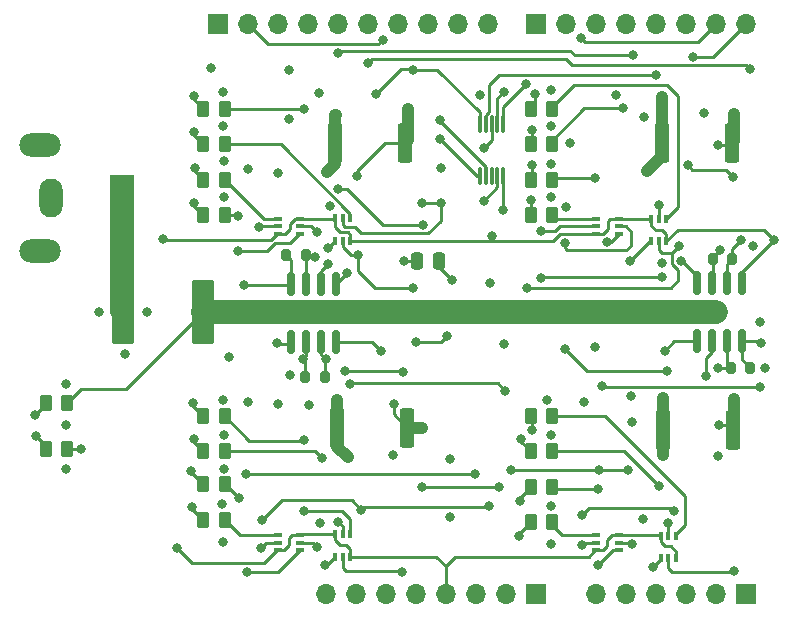
<source format=gbr>
%TF.GenerationSoftware,KiCad,Pcbnew,7.0.7*%
%TF.CreationDate,2024-06-03T19:27:50+02:00*%
%TF.ProjectId,control-board_v1,636f6e74-726f-46c2-9d62-6f6172645f76,rev?*%
%TF.SameCoordinates,Original*%
%TF.FileFunction,Copper,L4,Bot*%
%TF.FilePolarity,Positive*%
%FSLAX46Y46*%
G04 Gerber Fmt 4.6, Leading zero omitted, Abs format (unit mm)*
G04 Created by KiCad (PCBNEW 7.0.7) date 2024-06-03 19:27:50*
%MOMM*%
%LPD*%
G01*
G04 APERTURE LIST*
G04 Aperture macros list*
%AMRoundRect*
0 Rectangle with rounded corners*
0 $1 Rounding radius*
0 $2 $3 $4 $5 $6 $7 $8 $9 X,Y pos of 4 corners*
0 Add a 4 corners polygon primitive as box body*
4,1,4,$2,$3,$4,$5,$6,$7,$8,$9,$2,$3,0*
0 Add four circle primitives for the rounded corners*
1,1,$1+$1,$2,$3*
1,1,$1+$1,$4,$5*
1,1,$1+$1,$6,$7*
1,1,$1+$1,$8,$9*
0 Add four rect primitives between the rounded corners*
20,1,$1+$1,$2,$3,$4,$5,0*
20,1,$1+$1,$4,$5,$6,$7,0*
20,1,$1+$1,$6,$7,$8,$9,0*
20,1,$1+$1,$8,$9,$2,$3,0*%
G04 Aperture macros list end*
%TA.AperFunction,ComponentPad*%
%ADD10R,2.000000X4.000000*%
%TD*%
%TA.AperFunction,ComponentPad*%
%ADD11O,2.000000X3.300000*%
%TD*%
%TA.AperFunction,ComponentPad*%
%ADD12O,3.500000X2.000000*%
%TD*%
%TA.AperFunction,SMDPad,CuDef*%
%ADD13RoundRect,0.250000X0.262500X0.450000X-0.262500X0.450000X-0.262500X-0.450000X0.262500X-0.450000X0*%
%TD*%
%TA.AperFunction,SMDPad,CuDef*%
%ADD14R,0.650000X0.400000*%
%TD*%
%TA.AperFunction,SMDPad,CuDef*%
%ADD15RoundRect,0.150000X0.150000X-0.825000X0.150000X0.825000X-0.150000X0.825000X-0.150000X-0.825000X0*%
%TD*%
%TA.AperFunction,SMDPad,CuDef*%
%ADD16R,0.400000X0.650000*%
%TD*%
%TA.AperFunction,SMDPad,CuDef*%
%ADD17RoundRect,0.250000X-0.362500X-1.425000X0.362500X-1.425000X0.362500X1.425000X-0.362500X1.425000X0*%
%TD*%
%TA.AperFunction,ComponentPad*%
%ADD18R,1.700000X1.700000*%
%TD*%
%TA.AperFunction,ComponentPad*%
%ADD19O,1.700000X1.700000*%
%TD*%
%TA.AperFunction,SMDPad,CuDef*%
%ADD20RoundRect,0.200000X0.200000X0.275000X-0.200000X0.275000X-0.200000X-0.275000X0.200000X-0.275000X0*%
%TD*%
%TA.AperFunction,SMDPad,CuDef*%
%ADD21RoundRect,0.075000X-0.075000X0.650000X-0.075000X-0.650000X0.075000X-0.650000X0.075000X0.650000X0*%
%TD*%
%TA.AperFunction,SMDPad,CuDef*%
%ADD22RoundRect,0.200000X-0.200000X-0.275000X0.200000X-0.275000X0.200000X0.275000X-0.200000X0.275000X0*%
%TD*%
%TA.AperFunction,SMDPad,CuDef*%
%ADD23RoundRect,0.250000X0.250000X0.475000X-0.250000X0.475000X-0.250000X-0.475000X0.250000X-0.475000X0*%
%TD*%
%TA.AperFunction,SMDPad,CuDef*%
%ADD24RoundRect,0.150000X-0.150000X0.825000X-0.150000X-0.825000X0.150000X-0.825000X0.150000X0.825000X0*%
%TD*%
%TA.AperFunction,SMDPad,CuDef*%
%ADD25RoundRect,0.250000X-0.712500X-2.475000X0.712500X-2.475000X0.712500X2.475000X-0.712500X2.475000X0*%
%TD*%
%TA.AperFunction,ViaPad*%
%ADD26C,0.800000*%
%TD*%
%TA.AperFunction,Conductor*%
%ADD27C,0.250000*%
%TD*%
%TA.AperFunction,Conductor*%
%ADD28C,2.000000*%
%TD*%
%TA.AperFunction,Conductor*%
%ADD29C,1.000000*%
%TD*%
G04 APERTURE END LIST*
D10*
%TO.P,J1,1*%
%TO.N,/9V_IN*%
X27570000Y-32560000D03*
D11*
%TO.P,J1,2*%
%TO.N,GND*%
X21570000Y-32560000D03*
D12*
%TO.P,J1,MP*%
%TO.N,N/C*%
X20570000Y-28060000D03*
X20570000Y-37060000D03*
%TD*%
D13*
%TO.P,R9,1*%
%TO.N,Net-(Q5B-D)*%
X63962500Y-51000000D03*
%TO.P,R9,2*%
%TO.N,Net-(D9-A)*%
X62137500Y-51000000D03*
%TD*%
%TO.P,R4,1*%
%TO.N,Net-(Q2A-D)*%
X36242500Y-28000000D03*
%TO.P,R4,2*%
%TO.N,Net-(D4-A)*%
X34417500Y-28000000D03*
%TD*%
%TO.P,R3,1*%
%TO.N,Net-(Q2B-D)*%
X36242500Y-25000000D03*
%TO.P,R3,2*%
%TO.N,Net-(D3-A)*%
X34417500Y-25000000D03*
%TD*%
D14*
%TO.P,Q1,1,S*%
%TO.N,+5V*%
X40740000Y-35590000D03*
%TO.P,Q1,2,G*%
%TO.N,1-CS*%
X40740000Y-34940000D03*
%TO.P,Q1,3,D*%
%TO.N,Net-(Q1B-D)*%
X40740000Y-34290000D03*
%TO.P,Q1,4,S*%
%TO.N,+5V*%
X42640000Y-34290000D03*
%TO.P,Q1,5,G*%
%TO.N,1-CS_T1*%
X42640000Y-34940000D03*
%TO.P,Q1,6,D*%
%TO.N,Net-(Q1A-D)*%
X42640000Y-35590000D03*
%TD*%
D13*
%TO.P,R11,1*%
%TO.N,Net-(Q6B-D)*%
X63962500Y-57000000D03*
%TO.P,R11,2*%
%TO.N,Net-(D11-A)*%
X62137500Y-57000000D03*
%TD*%
%TO.P,R12,1*%
%TO.N,Net-(Q6A-D)*%
X63962500Y-60000000D03*
%TO.P,R12,2*%
%TO.N,Net-(D12-A)*%
X62137500Y-60000000D03*
%TD*%
D15*
%TO.P,U6,1*%
%TO.N,/current-sensing/V_{h3}*%
X80000000Y-44670000D03*
%TO.P,U6,2,-*%
%TO.N,Net-(U6A--)*%
X78730000Y-44670000D03*
%TO.P,U6,3,+*%
%TO.N,3-GND*%
X77460000Y-44670000D03*
%TO.P,U6,4,V-*%
%TO.N,GND*%
X76190000Y-44670000D03*
%TO.P,U6,5,+*%
%TO.N,4-GND*%
X76190000Y-39720000D03*
%TO.P,U6,6,-*%
%TO.N,Net-(U6B--)*%
X77460000Y-39720000D03*
%TO.P,U6,7*%
%TO.N,/current-sensing/V_{h4}*%
X78730000Y-39720000D03*
%TO.P,U6,8,V+*%
%TO.N,+5V*%
X80000000Y-39720000D03*
%TD*%
D16*
%TO.P,Q5,1,S*%
%TO.N,+5V*%
X73160000Y-61120000D03*
%TO.P,Q5,2,G*%
%TO.N,3-CS_T2*%
X73810000Y-61120000D03*
%TO.P,Q5,3,D*%
%TO.N,Net-(Q5B-D)*%
X74460000Y-61120000D03*
%TO.P,Q5,4,S*%
%TO.N,+5V*%
X74460000Y-63020000D03*
%TO.P,Q5,5,G*%
%TO.N,3-CS_T3*%
X73810000Y-63020000D03*
%TO.P,Q5,6,D*%
%TO.N,Net-(Q5A-D)*%
X73160000Y-63020000D03*
%TD*%
D17*
%TO.P,R23,1*%
%TO.N,GND*%
X73327500Y-52150000D03*
%TO.P,R23,2*%
%TO.N,3-GND*%
X79252500Y-52150000D03*
%TD*%
D13*
%TO.P,R2,1*%
%TO.N,Net-(Q1B-D)*%
X36242500Y-31000000D03*
%TO.P,R2,2*%
%TO.N,Net-(D2-A)*%
X34417500Y-31000000D03*
%TD*%
D18*
%TO.P,J8,1,Pin_1*%
%TO.N,H1-D12*%
X35650000Y-17840000D03*
D19*
%TO.P,J8,2,Pin_2*%
%TO.N,H2-D13*%
X38190000Y-17840000D03*
%TO.P,J8,3,Pin_3*%
%TO.N,AREF*%
X40730000Y-17840000D03*
%TO.P,J8,4,Pin_4*%
%TO.N,GND*%
X43270000Y-17840000D03*
%TO.P,J8,5,Pin_5*%
%TO.N,H4-D19*%
X45810000Y-17840000D03*
%TO.P,J8,6,Pin_6*%
%TO.N,H3-D18*%
X48350000Y-17840000D03*
%TO.P,J8,7,Pin_7*%
%TO.N,S-D11*%
X50890000Y-17840000D03*
%TO.P,J8,8,Pin_8*%
%TO.N,S-D10*%
X53430000Y-17840000D03*
%TO.P,J8,9,Pin_9*%
%TO.N,S-D9*%
X55970000Y-17840000D03*
%TO.P,J8,10,Pin_10*%
%TO.N,S-D8*%
X58510000Y-17840000D03*
%TD*%
D13*
%TO.P,R1,1*%
%TO.N,Net-(Q1A-D)*%
X36242500Y-34000000D03*
%TO.P,R1,2*%
%TO.N,Net-(D1-A)*%
X34417500Y-34000000D03*
%TD*%
%TO.P,R16,1*%
%TO.N,Net-(Q8A-D)*%
X63962500Y-34000000D03*
%TO.P,R16,2*%
%TO.N,Net-(D16-A)*%
X62137500Y-34000000D03*
%TD*%
%TO.P,R10,1*%
%TO.N,Net-(Q5A-D)*%
X63962500Y-54000000D03*
%TO.P,R10,2*%
%TO.N,Net-(D10-A)*%
X62137500Y-54000000D03*
%TD*%
D14*
%TO.P,Q4,1,S*%
%TO.N,+5V*%
X42640000Y-61070000D03*
%TO.P,Q4,2,G*%
%TO.N,2-CS*%
X42640000Y-61720000D03*
%TO.P,Q4,3,D*%
%TO.N,Net-(Q4B-D)*%
X42640000Y-62370000D03*
%TO.P,Q4,4,S*%
%TO.N,+5V*%
X40740000Y-62370000D03*
%TO.P,Q4,5,G*%
%TO.N,2-CS_T1*%
X40740000Y-61720000D03*
%TO.P,Q4,6,D*%
%TO.N,Net-(Q4A-D)*%
X40740000Y-61070000D03*
%TD*%
D17*
%TO.P,R42,1*%
%TO.N,GND*%
X45597500Y-27870000D03*
%TO.P,R42,2*%
%TO.N,1-GND*%
X51522500Y-27870000D03*
%TD*%
D13*
%TO.P,R14,1*%
%TO.N,Net-(Q7A-D)*%
X63962500Y-28000000D03*
%TO.P,R14,2*%
%TO.N,Net-(D14-A)*%
X62137500Y-28000000D03*
%TD*%
D18*
%TO.P,J7,1,Pin_1*%
%TO.N,A5*%
X80350000Y-66090000D03*
D19*
%TO.P,J7,2,Pin_2*%
%TO.N,A4*%
X77810000Y-66090000D03*
%TO.P,J7,3,Pin_3*%
%TO.N,A3*%
X75270000Y-66090000D03*
%TO.P,J7,4,Pin_4*%
%TO.N,A2*%
X72730000Y-66090000D03*
%TO.P,J7,5,Pin_5*%
%TO.N,A1*%
X70190000Y-66090000D03*
%TO.P,J7,6,Pin_6*%
%TO.N,A0*%
X67650000Y-66090000D03*
%TD*%
D17*
%TO.P,R24,1*%
%TO.N,GND*%
X73277500Y-27870000D03*
%TO.P,R24,2*%
%TO.N,4-GND*%
X79202500Y-27870000D03*
%TD*%
D20*
%TO.P,R28,1*%
%TO.N,/current-sensing/V_{h3}*%
X80725000Y-46940000D03*
%TO.P,R28,2*%
%TO.N,Net-(U6A--)*%
X79075000Y-46940000D03*
%TD*%
D14*
%TO.P,Q8,1,S*%
%TO.N,+5V*%
X69610000Y-34290000D03*
%TO.P,Q8,2,G*%
%TO.N,4-CS*%
X69610000Y-34940000D03*
%TO.P,Q8,3,D*%
%TO.N,Net-(Q8B-D)*%
X69610000Y-35590000D03*
%TO.P,Q8,4,S*%
%TO.N,+5V*%
X67710000Y-35590000D03*
%TO.P,Q8,5,G*%
%TO.N,4-CS_T1*%
X67710000Y-34940000D03*
%TO.P,Q8,6,D*%
%TO.N,Net-(Q8A-D)*%
X67710000Y-34290000D03*
%TD*%
D13*
%TO.P,R17,1*%
%TO.N,+3V3*%
X22905000Y-53791250D03*
%TO.P,R17,2*%
%TO.N,Net-(D17-A)*%
X21080000Y-53791250D03*
%TD*%
%TO.P,R6,1*%
%TO.N,Net-(Q3A-D)*%
X36242500Y-54000000D03*
%TO.P,R6,2*%
%TO.N,Net-(D6-A)*%
X34417500Y-54000000D03*
%TD*%
%TO.P,R13,1*%
%TO.N,Net-(Q7B-D)*%
X63962500Y-25000000D03*
%TO.P,R13,2*%
%TO.N,Net-(D13-A)*%
X62137500Y-25000000D03*
%TD*%
D21*
%TO.P,U3,1,SCLK*%
%TO.N,CLK*%
X57830000Y-26310000D03*
%TO.P,U3,2,~{CS}*%
%TO.N,CS*%
X58330000Y-26310000D03*
%TO.P,U3,3,VDD*%
%TO.N,+5V*%
X58830000Y-26310000D03*
%TO.P,U3,4,AIN0*%
%TO.N,/current-sensing/V_{h1}*%
X59330000Y-26310000D03*
%TO.P,U3,5,AIN1*%
%TO.N,/current-sensing/V_{h2}*%
X59830000Y-26310000D03*
%TO.P,U3,6,AIN2*%
%TO.N,/current-sensing/V_{h4}*%
X59830000Y-30710000D03*
%TO.P,U3,7,AIN3*%
%TO.N,/current-sensing/V_{h3}*%
X59330000Y-30710000D03*
%TO.P,U3,8*%
%TO.N,N/C*%
X58830000Y-30710000D03*
%TO.P,U3,9,DOUT/~{DRDY}*%
%TO.N,DOUT*%
X58330000Y-30710000D03*
%TO.P,U3,10,DIN*%
%TO.N,DIN*%
X57830000Y-30710000D03*
%TD*%
D22*
%TO.P,R20,1*%
%TO.N,/current-sensing/V_{h1}*%
X41435000Y-37410000D03*
%TO.P,R20,2*%
%TO.N,Net-(U4A--)*%
X43085000Y-37410000D03*
%TD*%
D13*
%TO.P,R5,1*%
%TO.N,Net-(Q3B-D)*%
X36242500Y-51000000D03*
%TO.P,R5,2*%
%TO.N,Net-(D5-A)*%
X34417500Y-51000000D03*
%TD*%
%TO.P,R8,1*%
%TO.N,Net-(Q4A-D)*%
X36242500Y-59780000D03*
%TO.P,R8,2*%
%TO.N,Net-(D8-A)*%
X34417500Y-59780000D03*
%TD*%
%TO.P,R18,1*%
%TO.N,+9V*%
X22905000Y-49891250D03*
%TO.P,R18,2*%
%TO.N,Net-(D18-A)*%
X21080000Y-49891250D03*
%TD*%
D18*
%TO.P,J6,1,Pin_1*%
%TO.N,Vin*%
X62570000Y-66090000D03*
D19*
%TO.P,J6,2,Pin_2*%
%TO.N,GND*%
X60030000Y-66090000D03*
%TO.P,J6,3,Pin_3*%
X57490000Y-66090000D03*
%TO.P,J6,4,Pin_4*%
%TO.N,+5V*%
X54950000Y-66090000D03*
%TO.P,J6,5,Pin_5*%
%TO.N,+3V3*%
X52410000Y-66090000D03*
%TO.P,J6,6,Pin_6*%
%TO.N,Reset*%
X49870000Y-66090000D03*
%TO.P,J6,7,Pin_7*%
%TO.N,IOREF*%
X47330000Y-66090000D03*
%TO.P,J6,8,Pin_8*%
%TO.N,unconnected-(J6-Pin_8-Pad8)*%
X44790000Y-66090000D03*
%TD*%
D13*
%TO.P,R7,1*%
%TO.N,Net-(Q4B-D)*%
X36242500Y-56780000D03*
%TO.P,R7,2*%
%TO.N,Net-(D7-A)*%
X34417500Y-56780000D03*
%TD*%
D16*
%TO.P,Q7,1,S*%
%TO.N,+5V*%
X72340000Y-34300000D03*
%TO.P,Q7,2,G*%
%TO.N,4-CS_T2*%
X72990000Y-34300000D03*
%TO.P,Q7,3,D*%
%TO.N,Net-(Q7B-D)*%
X73640000Y-34300000D03*
%TO.P,Q7,4,S*%
%TO.N,+5V*%
X73640000Y-36200000D03*
%TO.P,Q7,5,G*%
%TO.N,4-CS_T3*%
X72990000Y-36200000D03*
%TO.P,Q7,6,D*%
%TO.N,Net-(Q7A-D)*%
X72340000Y-36200000D03*
%TD*%
%TO.P,Q3,1,S*%
%TO.N,+5V*%
X45560000Y-61020000D03*
%TO.P,Q3,2,G*%
%TO.N,2-CS_T2*%
X46210000Y-61020000D03*
%TO.P,Q3,3,D*%
%TO.N,Net-(Q3B-D)*%
X46860000Y-61020000D03*
%TO.P,Q3,4,S*%
%TO.N,+5V*%
X46860000Y-62920000D03*
%TO.P,Q3,5,G*%
%TO.N,2-CS_T3*%
X46210000Y-62920000D03*
%TO.P,Q3,6,D*%
%TO.N,Net-(Q3A-D)*%
X45560000Y-62920000D03*
%TD*%
D14*
%TO.P,Q6,1,S*%
%TO.N,+5V*%
X69610000Y-61070000D03*
%TO.P,Q6,2,G*%
%TO.N,3-CS*%
X69610000Y-61720000D03*
%TO.P,Q6,3,D*%
%TO.N,Net-(Q6B-D)*%
X69610000Y-62370000D03*
%TO.P,Q6,4,S*%
%TO.N,+5V*%
X67710000Y-62370000D03*
%TO.P,Q6,5,G*%
%TO.N,3-CS_T1*%
X67710000Y-61720000D03*
%TO.P,Q6,6,D*%
%TO.N,Net-(Q6A-D)*%
X67710000Y-61070000D03*
%TD*%
D13*
%TO.P,R15,1*%
%TO.N,Net-(Q8B-D)*%
X63962500Y-31000000D03*
%TO.P,R15,2*%
%TO.N,Net-(D15-A)*%
X62137500Y-31000000D03*
%TD*%
D23*
%TO.P,C2,1*%
%TO.N,GND*%
X54420000Y-37870000D03*
%TO.P,C2,2*%
%TO.N,+3V3*%
X52520000Y-37870000D03*
%TD*%
D24*
%TO.P,U4,1*%
%TO.N,/current-sensing/V_{h1}*%
X41860000Y-39800000D03*
%TO.P,U4,2,-*%
%TO.N,Net-(U4A--)*%
X43130000Y-39800000D03*
%TO.P,U4,3,+*%
%TO.N,1-GND*%
X44400000Y-39800000D03*
%TO.P,U4,4,V-*%
%TO.N,GND*%
X45670000Y-39800000D03*
%TO.P,U4,5,+*%
%TO.N,2-GND*%
X45670000Y-44750000D03*
%TO.P,U4,6,-*%
%TO.N,Net-(U4B--)*%
X44400000Y-44750000D03*
%TO.P,U4,7*%
%TO.N,/current-sensing/V_{h2}*%
X43130000Y-44750000D03*
%TO.P,U4,8,V+*%
%TO.N,+5V*%
X41860000Y-44750000D03*
%TD*%
D18*
%TO.P,J9,1,Pin_1*%
%TO.N,D7*%
X62570000Y-17840000D03*
D19*
%TO.P,J9,2,Pin_2*%
%TO.N,~{ENABLE}*%
X65110000Y-17840000D03*
%TO.P,J9,3,Pin_3*%
%TO.N,unconnected-(J9-Pin_3-Pad3)*%
X67650000Y-17840000D03*
%TO.P,J9,4,Pin_4*%
%TO.N,~{RST}*%
X70190000Y-17840000D03*
%TO.P,J9,5,Pin_5*%
%TO.N,CS*%
X72730000Y-17840000D03*
%TO.P,J9,6,Pin_6*%
%TO.N,CLK*%
X75270000Y-17840000D03*
%TO.P,J9,7,Pin_7*%
%TO.N,DIN*%
X77810000Y-17840000D03*
%TO.P,J9,8,Pin_8*%
%TO.N,DOUT*%
X80350000Y-17840000D03*
%TD*%
D25*
%TO.P,F1,1*%
%TO.N,/9V_IN*%
X27632500Y-42170000D03*
%TO.P,F1,2*%
%TO.N,+9V*%
X34407500Y-42170000D03*
%TD*%
D16*
%TO.P,Q2,1,S*%
%TO.N,+5V*%
X46860000Y-36180000D03*
%TO.P,Q2,2,G*%
%TO.N,1-CS_T2*%
X46210000Y-36180000D03*
%TO.P,Q2,3,D*%
%TO.N,Net-(Q2B-D)*%
X45560000Y-36180000D03*
%TO.P,Q2,4,S*%
%TO.N,+5V*%
X45560000Y-34280000D03*
%TO.P,Q2,5,G*%
%TO.N,1-CS_T3*%
X46210000Y-34280000D03*
%TO.P,Q2,6,D*%
%TO.N,Net-(Q2A-D)*%
X46860000Y-34280000D03*
%TD*%
D22*
%TO.P,R22,1*%
%TO.N,/current-sensing/V_{h2}*%
X43045000Y-47710000D03*
%TO.P,R22,2*%
%TO.N,Net-(U4B--)*%
X44695000Y-47710000D03*
%TD*%
D20*
%TO.P,R27,1*%
%TO.N,/current-sensing/V_{h4}*%
X79205000Y-37740000D03*
%TO.P,R27,2*%
%TO.N,Net-(U6B--)*%
X77555000Y-37740000D03*
%TD*%
D17*
%TO.P,R47,1*%
%TO.N,GND*%
X45775000Y-51990000D03*
%TO.P,R47,2*%
%TO.N,2-GND*%
X51700000Y-51990000D03*
%TD*%
D26*
%TO.N,+9V*%
X45400000Y-42180000D03*
X36070000Y-42170000D03*
X50020000Y-42180000D03*
X77860000Y-42200000D03*
X72540000Y-42140000D03*
%TO.N,GND*%
X57840000Y-23800000D03*
X73330000Y-54320000D03*
X36120000Y-23590000D03*
X81550000Y-43080000D03*
X36160000Y-52620000D03*
X22762500Y-55471250D03*
X73480000Y-45470000D03*
X36130000Y-61660000D03*
X45760000Y-49620000D03*
X36140000Y-29430000D03*
X67590000Y-45190000D03*
X22782500Y-48301250D03*
X36140000Y-55460000D03*
X46650000Y-54510000D03*
X63830000Y-58650000D03*
X73270000Y-24010000D03*
X63840000Y-26430000D03*
X45620000Y-25530000D03*
X40760000Y-30460000D03*
X63840000Y-29690000D03*
X63840000Y-52580000D03*
X36020000Y-58430000D03*
X41730000Y-47550000D03*
X63850000Y-61830000D03*
X58670000Y-39760000D03*
X27780000Y-45750000D03*
X65140000Y-33330000D03*
X63500000Y-49640000D03*
X63870000Y-32450000D03*
X55500000Y-39490000D03*
X44900000Y-30340000D03*
X36120000Y-26450000D03*
X29620000Y-42220000D03*
X46580000Y-38860000D03*
X36170000Y-32460000D03*
X25600000Y-42210000D03*
X63840000Y-23420000D03*
X73320000Y-49520000D03*
X55280000Y-59580000D03*
X22792500Y-51781250D03*
X55320000Y-54620000D03*
X80995500Y-36640000D03*
X36120000Y-49610000D03*
X36630000Y-45980000D03*
X72010000Y-30280000D03*
X82000000Y-46920000D03*
%TO.N,+5V*%
X31000000Y-35990000D03*
X32210000Y-62150000D03*
X58164500Y-28310000D03*
X40650000Y-44840000D03*
X58900000Y-35750000D03*
X82750000Y-36090000D03*
%TO.N,Net-(D1-A)*%
X33610000Y-32990000D03*
%TO.N,Net-(D2-A)*%
X33700000Y-29980000D03*
%TO.N,Net-(D3-A)*%
X33620000Y-23920000D03*
%TO.N,Net-(D4-A)*%
X33620000Y-26920000D03*
%TO.N,Net-(D5-A)*%
X33540000Y-49870000D03*
%TO.N,Net-(D6-A)*%
X33610000Y-52930000D03*
%TO.N,Net-(D7-A)*%
X33420000Y-55640000D03*
%TO.N,Net-(D8-A)*%
X33490000Y-58710000D03*
%TO.N,Net-(D9-A)*%
X62290000Y-52210000D03*
%TO.N,H2-D13*%
X49630000Y-19140000D03*
%TO.N,Net-(D10-A)*%
X61340000Y-52980000D03*
%TO.N,H3-D18*%
X48350000Y-21120000D03*
X80690000Y-21630000D03*
%TO.N,Net-(D11-A)*%
X61210000Y-58160000D03*
%TO.N,H4-D19*%
X70790000Y-20440000D03*
X45810000Y-20270000D03*
%TO.N,Net-(D12-A)*%
X61120000Y-61130000D03*
%TO.N,CS*%
X72730000Y-22140000D03*
%TO.N,Net-(D13-A)*%
X62530000Y-23770000D03*
%TO.N,Net-(D14-A)*%
X62250000Y-26820000D03*
%TO.N,Net-(D15-A)*%
X62270000Y-29780000D03*
%TO.N,Net-(Q1A-D)*%
X37400000Y-34060000D03*
X37390000Y-37070000D03*
%TO.N,Net-(D16-A)*%
X62190000Y-32750000D03*
%TO.N,Net-(D17-A)*%
X20222500Y-52701250D03*
%TO.N,Net-(D18-A)*%
X20162500Y-50921250D03*
%TO.N,2-CS*%
X38040000Y-55950000D03*
X44030000Y-62070000D03*
X57420000Y-55940000D03*
%TO.N,DIN*%
X65510000Y-27900000D03*
X66400000Y-18960000D03*
X38220000Y-49820000D03*
X54474500Y-27590000D03*
X66620000Y-49840000D03*
X38170000Y-30060000D03*
%TO.N,~{RST}*%
X41660000Y-21720000D03*
X69330000Y-23790000D03*
X41670000Y-25860000D03*
X70620000Y-49320000D03*
X40730000Y-49990000D03*
%TO.N,DOUT*%
X44270000Y-60030000D03*
X54540000Y-30010000D03*
X75870000Y-20580000D03*
X54474500Y-25980000D03*
X45150000Y-33250000D03*
X71690000Y-59730000D03*
%TO.N,+3V3*%
X51440000Y-37870000D03*
X70710000Y-51520000D03*
X43350000Y-50050000D03*
X44210000Y-23650000D03*
X71710000Y-25650000D03*
X24092500Y-53821250D03*
%TO.N,2-CS_T1*%
X39400000Y-59820000D03*
X58600000Y-58650000D03*
X47790000Y-58920000D03*
X39300000Y-62170000D03*
%TO.N,2-CS_T2*%
X46820000Y-48280000D03*
X45870000Y-59990000D03*
X59970000Y-48850000D03*
%TO.N,CLK*%
X52140000Y-21704500D03*
X49020000Y-23770000D03*
X78030000Y-54360000D03*
X76790000Y-25380000D03*
X50510000Y-54310000D03*
%TO.N,2-CS_T3*%
X51240000Y-64170000D03*
X52920000Y-56990000D03*
X59480000Y-56990000D03*
%TO.N,1-CS*%
X39140000Y-35040000D03*
X51300000Y-47260000D03*
X46420000Y-47220000D03*
%TO.N,1-CS_T1*%
X55080000Y-44250000D03*
X52460000Y-44750000D03*
X53005000Y-34815500D03*
X44060000Y-35430000D03*
X45797299Y-31792701D03*
%TO.N,1-CS_T2*%
X47530000Y-37390000D03*
X52150000Y-40160000D03*
%TO.N,1-CS_T3*%
X54520000Y-32970000D03*
X52905500Y-32980000D03*
%TO.N,3-CS*%
X70420000Y-55550000D03*
X67890000Y-55590000D03*
X60440000Y-55570000D03*
X70700000Y-61880000D03*
%TO.N,3-CS_T1*%
X66470000Y-61960000D03*
X66490000Y-59370000D03*
X74250000Y-59020000D03*
%TO.N,3-CS_T2*%
X65050000Y-45350000D03*
X73680000Y-47170000D03*
X73800000Y-60090000D03*
%TO.N,3-CS_T3*%
X79330000Y-64150000D03*
X81520000Y-48550000D03*
X68210000Y-48440000D03*
%TO.N,4-CS*%
X65060000Y-36330000D03*
%TO.N,4-CS_T1*%
X73240000Y-38060000D03*
X63030000Y-35370000D03*
%TO.N,4-CS_T2*%
X73250000Y-39210000D03*
X63010000Y-39300000D03*
X73000000Y-33100000D03*
%TO.N,4-CS_T3*%
X61870000Y-40140000D03*
X75420000Y-29780000D03*
X79310000Y-30790000D03*
X74740000Y-36570000D03*
%TO.N,Net-(Q2B-D)*%
X42930000Y-25010000D03*
X44950000Y-36820000D03*
%TO.N,Net-(Q3B-D)*%
X42920000Y-59080000D03*
X42920000Y-53040000D03*
%TO.N,Net-(Q3A-D)*%
X44440000Y-54550000D03*
X44690000Y-63600000D03*
%TO.N,Net-(Q4B-D)*%
X37410000Y-57950000D03*
X38140000Y-64220000D03*
%TO.N,Net-(Q5A-D)*%
X72970000Y-56960000D03*
X72460000Y-63780000D03*
%TO.N,Net-(Q6B-D)*%
X67880000Y-57180000D03*
X67880000Y-63580000D03*
%TO.N,Net-(Q7A-D)*%
X69970000Y-24960000D03*
X70550000Y-37920000D03*
%TO.N,Net-(Q8B-D)*%
X67600000Y-30870000D03*
X68600000Y-36255500D03*
%TO.N,Net-(U4A--)*%
X43890000Y-37500000D03*
%TO.N,/current-sensing/V_{h1}*%
X59865500Y-23560000D03*
X35090000Y-21510000D03*
X37880000Y-39910000D03*
%TO.N,Net-(U4B--)*%
X44790000Y-46190000D03*
%TO.N,/current-sensing/V_{h2}*%
X42870000Y-46160000D03*
X61720000Y-22920000D03*
X59900000Y-44870000D03*
%TO.N,Net-(U6B--)*%
X78180000Y-36924500D03*
%TO.N,Net-(U6A--)*%
X77990000Y-46940000D03*
%TO.N,/current-sensing/V_{h4}*%
X59790000Y-33560000D03*
X79980000Y-36080000D03*
%TO.N,/current-sensing/V_{h3}*%
X81640000Y-44780000D03*
X58164500Y-32780000D03*
%TO.N,2-GND*%
X49500000Y-45510000D03*
X50530000Y-50010000D03*
X52980000Y-52000000D03*
%TO.N,1-GND*%
X51780000Y-25020000D03*
X47430000Y-30720000D03*
X45000000Y-38120000D03*
%TO.N,3-GND*%
X79330000Y-49530000D03*
X78060000Y-51800000D03*
X76950000Y-47640000D03*
%TO.N,4-GND*%
X79320000Y-25400000D03*
X74840000Y-37840000D03*
X77980000Y-28060000D03*
%TD*%
D27*
%TO.N,+9V*%
X22905000Y-49891250D02*
X24086250Y-48710000D01*
D28*
X45410000Y-42170000D02*
X45400000Y-42180000D01*
X50070000Y-42170000D02*
X72510000Y-42170000D01*
X36070000Y-42170000D02*
X34407500Y-42170000D01*
X34407500Y-42170000D02*
X45390000Y-42170000D01*
X77550000Y-42170000D02*
X77580000Y-42200000D01*
X77580000Y-42200000D02*
X77860000Y-42200000D01*
X50010000Y-42170000D02*
X45410000Y-42170000D01*
X50020000Y-42180000D02*
X50010000Y-42170000D01*
D27*
X24086250Y-48710000D02*
X27867500Y-48710000D01*
X27867500Y-48710000D02*
X34407500Y-42170000D01*
D28*
X72570000Y-42170000D02*
X77550000Y-42170000D01*
X45390000Y-42170000D02*
X45400000Y-42180000D01*
D27*
%TO.N,GND*%
X46580000Y-38890000D02*
X45670000Y-39800000D01*
D29*
X44900000Y-30340000D02*
X45597500Y-29642500D01*
X45597500Y-27870000D02*
X45597500Y-25552500D01*
X73277500Y-29012500D02*
X72010000Y-30280000D01*
X73327500Y-52150000D02*
X73327500Y-54317500D01*
D27*
X46580000Y-38860000D02*
X46580000Y-38890000D01*
X74280000Y-44670000D02*
X73480000Y-45470000D01*
D29*
X73327500Y-54317500D02*
X73330000Y-54320000D01*
D27*
X54420000Y-37870000D02*
X54420000Y-38410000D01*
D29*
X45775000Y-49635000D02*
X45760000Y-49620000D01*
X45775000Y-51990000D02*
X45775000Y-53635000D01*
X45775000Y-51990000D02*
X45775000Y-49635000D01*
D27*
X54420000Y-38410000D02*
X55500000Y-39490000D01*
D29*
X73327500Y-49527500D02*
X73320000Y-49520000D01*
X73277500Y-24017500D02*
X73277500Y-27870000D01*
X45775000Y-53635000D02*
X46650000Y-54510000D01*
X73277500Y-27870000D02*
X73277500Y-29012500D01*
X45597500Y-25552500D02*
X45620000Y-25530000D01*
X45597500Y-29642500D02*
X45597500Y-27870000D01*
X73270000Y-24010000D02*
X73277500Y-24017500D01*
D27*
X76190000Y-44670000D02*
X74280000Y-44670000D01*
D29*
X73327500Y-52150000D02*
X73327500Y-49527500D01*
D27*
%TO.N,+5V*%
X46640000Y-35460000D02*
X46860000Y-35680000D01*
X74590000Y-35250000D02*
X81910000Y-35250000D01*
X68670000Y-34520000D02*
X68900000Y-34290000D01*
X67060000Y-62930000D02*
X67620000Y-62370000D01*
X46860000Y-62920000D02*
X46860000Y-62260000D01*
X54950000Y-66090000D02*
X54950000Y-63730000D01*
X73160000Y-61695000D02*
X73495000Y-62030000D01*
X73110000Y-61070000D02*
X73160000Y-61120000D01*
X80000000Y-39720000D02*
X80000000Y-38840000D01*
X73640000Y-36200000D02*
X74590000Y-35250000D01*
X45560000Y-61480000D02*
X45560000Y-61020000D01*
X81910000Y-35250000D02*
X82750000Y-36090000D01*
X46540000Y-61940000D02*
X46020000Y-61940000D01*
X72340000Y-34875000D02*
X72340000Y-34300000D01*
X68900000Y-34290000D02*
X69610000Y-34290000D01*
X72330000Y-34290000D02*
X72340000Y-34300000D01*
X45550000Y-34290000D02*
X45560000Y-34280000D01*
X68670000Y-35205000D02*
X68670000Y-34520000D01*
X46020000Y-35460000D02*
X46640000Y-35460000D01*
X73495000Y-62030000D02*
X74010000Y-62030000D01*
X40725000Y-44915000D02*
X41865000Y-44915000D01*
X33490000Y-63430000D02*
X39580000Y-63430000D01*
X55750000Y-62930000D02*
X67060000Y-62930000D01*
X31100000Y-36090000D02*
X40130000Y-36090000D01*
X54950000Y-63730000D02*
X54140000Y-62920000D01*
X68620000Y-61985000D02*
X68620000Y-61485000D01*
X67710000Y-62370000D02*
X68235000Y-62370000D01*
X67710000Y-35590000D02*
X68285000Y-35590000D01*
X46860000Y-35680000D02*
X46860000Y-36180000D01*
X69610000Y-61070000D02*
X73110000Y-61070000D01*
X73160000Y-61120000D02*
X73160000Y-61695000D01*
X58164500Y-28310000D02*
X58830000Y-27644500D01*
X40630000Y-35590000D02*
X40740000Y-35590000D01*
X58830000Y-27644500D02*
X58830000Y-26310000D01*
X40650000Y-44840000D02*
X40725000Y-44915000D01*
X39580000Y-63430000D02*
X40640000Y-62370000D01*
X54950000Y-63730000D02*
X55750000Y-62930000D01*
X69035000Y-61070000D02*
X69610000Y-61070000D01*
X74010000Y-62030000D02*
X74460000Y-62480000D01*
X41330000Y-35590000D02*
X41750000Y-35170000D01*
X41950000Y-61070000D02*
X41680000Y-61340000D01*
X64036396Y-36180000D02*
X58900000Y-36180000D01*
X42640000Y-61070000D02*
X41950000Y-61070000D01*
X41750000Y-34725000D02*
X42185000Y-34290000D01*
X73640000Y-36200000D02*
X73640000Y-35625000D01*
X42640000Y-34290000D02*
X45550000Y-34290000D01*
X67620000Y-62370000D02*
X67710000Y-62370000D01*
X80000000Y-38840000D02*
X82750000Y-36090000D01*
X42690000Y-61020000D02*
X42640000Y-61070000D01*
X45560000Y-34280000D02*
X45560000Y-35000000D01*
X74460000Y-62480000D02*
X74460000Y-63020000D01*
X58900000Y-36180000D02*
X46860000Y-36180000D01*
X45560000Y-61020000D02*
X42690000Y-61020000D01*
X40640000Y-62370000D02*
X40740000Y-62370000D01*
X69610000Y-34290000D02*
X72330000Y-34290000D01*
X42185000Y-34290000D02*
X42640000Y-34290000D01*
X67710000Y-35590000D02*
X64626396Y-35590000D01*
X45560000Y-35000000D02*
X46020000Y-35460000D01*
X40740000Y-35590000D02*
X41330000Y-35590000D01*
X54140000Y-62920000D02*
X46860000Y-62920000D01*
X41680000Y-61340000D02*
X41680000Y-61930000D01*
X41750000Y-35170000D02*
X41750000Y-34725000D01*
X73640000Y-35625000D02*
X73265000Y-35250000D01*
X68235000Y-62370000D02*
X68620000Y-61985000D01*
X46020000Y-61940000D02*
X45560000Y-61480000D01*
X32210000Y-62150000D02*
X33490000Y-63430000D01*
X64626396Y-35590000D02*
X64036396Y-36180000D01*
X41680000Y-61930000D02*
X41240000Y-62370000D01*
X46860000Y-62260000D02*
X46540000Y-61940000D01*
X31000000Y-35990000D02*
X31100000Y-36090000D01*
X72715000Y-35250000D02*
X72340000Y-34875000D01*
X41240000Y-62370000D02*
X40740000Y-62370000D01*
X68285000Y-35590000D02*
X68670000Y-35205000D01*
X40130000Y-36090000D02*
X40630000Y-35590000D01*
X58900000Y-36180000D02*
X58900000Y-35750000D01*
X73265000Y-35250000D02*
X72715000Y-35250000D01*
X68620000Y-61485000D02*
X69035000Y-61070000D01*
%TO.N,Net-(D1-A)*%
X33610000Y-32990000D02*
X33610000Y-33192500D01*
X33610000Y-33192500D02*
X34417500Y-34000000D01*
%TO.N,Net-(D2-A)*%
X33700000Y-30282500D02*
X34417500Y-31000000D01*
X33700000Y-29980000D02*
X33700000Y-30282500D01*
%TO.N,Net-(D3-A)*%
X33620000Y-23920000D02*
X33620000Y-24202500D01*
X33620000Y-24202500D02*
X34417500Y-25000000D01*
%TO.N,Net-(D4-A)*%
X33620000Y-27202500D02*
X34417500Y-28000000D01*
X33620000Y-26920000D02*
X33620000Y-27202500D01*
%TO.N,Net-(D5-A)*%
X33540000Y-49870000D02*
X33540000Y-50122500D01*
X33540000Y-50122500D02*
X34417500Y-51000000D01*
%TO.N,Net-(D6-A)*%
X33610000Y-52930000D02*
X33610000Y-53192500D01*
X33610000Y-53192500D02*
X34417500Y-54000000D01*
%TO.N,Net-(D7-A)*%
X33420000Y-55782500D02*
X34417500Y-56780000D01*
X33420000Y-55640000D02*
X33420000Y-55782500D01*
%TO.N,Net-(D8-A)*%
X33490000Y-58852500D02*
X34417500Y-59780000D01*
X33490000Y-58710000D02*
X33490000Y-58852500D01*
%TO.N,Net-(D9-A)*%
X62290000Y-51152500D02*
X62137500Y-51000000D01*
X62290000Y-52210000D02*
X62290000Y-51152500D01*
%TO.N,H2-D13*%
X38190000Y-17840000D02*
X38170000Y-17860000D01*
X49230000Y-19540000D02*
X39890000Y-19540000D01*
X49630000Y-19140000D02*
X49230000Y-19540000D01*
X39890000Y-19540000D02*
X38190000Y-17840000D01*
%TO.N,Net-(D10-A)*%
X61340000Y-52980000D02*
X61340000Y-53202500D01*
X61340000Y-53202500D02*
X62137500Y-54000000D01*
%TO.N,H3-D18*%
X65665000Y-21305000D02*
X65150000Y-20790000D01*
X76175305Y-21300000D02*
X76170305Y-21305000D01*
X80360000Y-21300000D02*
X76175305Y-21300000D01*
X65150000Y-20790000D02*
X48680000Y-20790000D01*
X48680000Y-20790000D02*
X48350000Y-21120000D01*
X80690000Y-21630000D02*
X80360000Y-21300000D01*
X76170305Y-21305000D02*
X65665000Y-21305000D01*
%TO.N,Net-(D11-A)*%
X61210000Y-58160000D02*
X61210000Y-57927500D01*
X61210000Y-57927500D02*
X62137500Y-57000000D01*
%TO.N,H4-D19*%
X65860000Y-20440000D02*
X65500000Y-20080000D01*
X65500000Y-20080000D02*
X46000000Y-20080000D01*
X46000000Y-20080000D02*
X45810000Y-20270000D01*
X70790000Y-20440000D02*
X65860000Y-20440000D01*
%TO.N,Net-(D12-A)*%
X61120000Y-61130000D02*
X61120000Y-61017500D01*
X61120000Y-61017500D02*
X62137500Y-60000000D01*
%TO.N,CS*%
X58610000Y-22960000D02*
X59430000Y-22140000D01*
X58330000Y-26310000D02*
X58330000Y-25519315D01*
X58330000Y-25519315D02*
X58610000Y-25239315D01*
X59430000Y-22140000D02*
X72730000Y-22140000D01*
X58610000Y-25239315D02*
X58610000Y-22960000D01*
%TO.N,Net-(D13-A)*%
X62530000Y-24607500D02*
X62137500Y-25000000D01*
X62530000Y-23770000D02*
X62530000Y-24607500D01*
%TO.N,Net-(D14-A)*%
X62250000Y-27887500D02*
X62137500Y-28000000D01*
X62250000Y-26820000D02*
X62250000Y-27887500D01*
%TO.N,Net-(Q1B-D)*%
X40740000Y-34290000D02*
X39532500Y-34290000D01*
X39532500Y-34290000D02*
X36242500Y-31000000D01*
%TO.N,Net-(D15-A)*%
X62270000Y-30867500D02*
X62137500Y-31000000D01*
X62270000Y-29780000D02*
X62270000Y-30867500D01*
%TO.N,Net-(Q1A-D)*%
X42500000Y-35590000D02*
X42640000Y-35590000D01*
X40506396Y-36350000D02*
X41740000Y-36350000D01*
X36242500Y-34000000D02*
X37340000Y-34000000D01*
X39786396Y-37070000D02*
X40506396Y-36350000D01*
X41740000Y-36350000D02*
X42500000Y-35590000D01*
X37390000Y-37070000D02*
X39786396Y-37070000D01*
X36612500Y-33630000D02*
X36242500Y-34000000D01*
X37340000Y-34000000D02*
X37400000Y-34060000D01*
%TO.N,Net-(D16-A)*%
X62190000Y-33947500D02*
X62137500Y-34000000D01*
X62190000Y-32750000D02*
X62190000Y-33947500D01*
%TO.N,Net-(D17-A)*%
X20222500Y-52701250D02*
X21080000Y-53558750D01*
X21080000Y-53558750D02*
X21080000Y-53791250D01*
%TO.N,Net-(D18-A)*%
X21080000Y-50003750D02*
X21080000Y-49891250D01*
X20162500Y-50921250D02*
X21080000Y-50003750D01*
%TO.N,/9V_IN*%
X27570000Y-42107500D02*
X27632500Y-42170000D01*
D28*
X27570000Y-32560000D02*
X27570000Y-42107500D01*
D27*
%TO.N,2-CS*%
X42640000Y-61720000D02*
X43680000Y-61720000D01*
X57420000Y-55940000D02*
X38050000Y-55940000D01*
X38050000Y-55940000D02*
X38040000Y-55950000D01*
X43680000Y-61720000D02*
X44030000Y-62070000D01*
%TO.N,DIN*%
X54474500Y-27590000D02*
X57594500Y-30710000D01*
X57594500Y-30710000D02*
X57830000Y-30710000D01*
X66770000Y-19330000D02*
X76320000Y-19330000D01*
X76320000Y-19330000D02*
X77810000Y-17840000D01*
X66400000Y-18960000D02*
X66770000Y-19330000D01*
%TO.N,DOUT*%
X54474500Y-26063815D02*
X58330000Y-29919315D01*
X58330000Y-29919315D02*
X58330000Y-30710000D01*
X75870000Y-20580000D02*
X77610000Y-20580000D01*
X77610000Y-20580000D02*
X80350000Y-17840000D01*
X54474500Y-25980000D02*
X54474500Y-26063815D01*
%TO.N,+3V3*%
X24062500Y-53791250D02*
X24092500Y-53821250D01*
X22905000Y-53791250D02*
X24062500Y-53791250D01*
X52520000Y-37870000D02*
X51440000Y-37870000D01*
%TO.N,2-CS_T1*%
X58520000Y-58730000D02*
X47980000Y-58730000D01*
X41100000Y-58120000D02*
X46990000Y-58120000D01*
X58600000Y-58650000D02*
X58520000Y-58730000D01*
X47980000Y-58730000D02*
X47790000Y-58920000D01*
X39750000Y-61720000D02*
X39300000Y-62170000D01*
X39400000Y-59820000D02*
X41100000Y-58120000D01*
X40740000Y-61720000D02*
X39750000Y-61720000D01*
X46990000Y-58120000D02*
X47790000Y-58920000D01*
%TO.N,2-CS_T2*%
X46210000Y-60330000D02*
X46210000Y-61020000D01*
X59340000Y-48220000D02*
X46880000Y-48220000D01*
X45870000Y-59990000D02*
X46210000Y-60330000D01*
X46880000Y-48220000D02*
X46820000Y-48280000D01*
X59970000Y-48850000D02*
X59340000Y-48220000D01*
%TO.N,CLK*%
X52140000Y-21704500D02*
X52025500Y-21590000D01*
X57830000Y-25290000D02*
X57830000Y-26310000D01*
X54244500Y-21704500D02*
X57830000Y-25290000D01*
X52140000Y-21704500D02*
X54244500Y-21704500D01*
X52025500Y-21590000D02*
X51200000Y-21590000D01*
X51200000Y-21590000D02*
X49020000Y-23770000D01*
%TO.N,2-CS_T3*%
X46210000Y-62920000D02*
X46210000Y-63830000D01*
X46480000Y-64100000D02*
X51170000Y-64100000D01*
X51170000Y-64100000D02*
X51240000Y-64170000D01*
X59480000Y-56990000D02*
X52920000Y-56990000D01*
X46210000Y-63830000D02*
X46480000Y-64100000D01*
%TO.N,1-CS*%
X51260000Y-47220000D02*
X51300000Y-47260000D01*
X39140000Y-35040000D02*
X39240000Y-34940000D01*
X39240000Y-34940000D02*
X40740000Y-34940000D01*
X46420000Y-47220000D02*
X51260000Y-47220000D01*
%TO.N,1-CS_T1*%
X49615500Y-34815500D02*
X53005000Y-34815500D01*
X45797299Y-31792701D02*
X46592701Y-31792701D01*
X52460000Y-44750000D02*
X54580000Y-44750000D01*
X54580000Y-44750000D02*
X55080000Y-44250000D01*
X42640000Y-34940000D02*
X43570000Y-34940000D01*
X43570000Y-34940000D02*
X44060000Y-35430000D01*
X46592701Y-31792701D02*
X49615500Y-34815500D01*
%TO.N,1-CS_T2*%
X47530000Y-37390000D02*
X47530000Y-38730000D01*
X48960000Y-40160000D02*
X52150000Y-40160000D01*
X46210000Y-36705000D02*
X46210000Y-36180000D01*
X46895000Y-37390000D02*
X46210000Y-36705000D01*
X47530000Y-37390000D02*
X46895000Y-37390000D01*
X47530000Y-38730000D02*
X48960000Y-40160000D01*
%TO.N,1-CS_T3*%
X46210000Y-34805000D02*
X46415000Y-35010000D01*
X47760000Y-35540000D02*
X53470000Y-35540000D01*
X46415000Y-35010000D02*
X47230000Y-35010000D01*
X53470000Y-35540000D02*
X54520000Y-34490000D01*
X52905500Y-32980000D02*
X54510000Y-32980000D01*
X54520000Y-34490000D02*
X54520000Y-32970000D01*
X46210000Y-34280000D02*
X46210000Y-34805000D01*
X54510000Y-32980000D02*
X54520000Y-32970000D01*
X47230000Y-35010000D02*
X47760000Y-35540000D01*
%TO.N,3-CS*%
X70420000Y-55550000D02*
X67930000Y-55550000D01*
X67890000Y-55590000D02*
X67870000Y-55570000D01*
X67870000Y-55570000D02*
X60440000Y-55570000D01*
X67930000Y-55550000D02*
X67890000Y-55590000D01*
X69610000Y-61720000D02*
X70540000Y-61720000D01*
X70540000Y-61720000D02*
X70700000Y-61880000D01*
%TO.N,3-CS_T1*%
X74250000Y-59020000D02*
X74010000Y-58780000D01*
X66710000Y-61720000D02*
X66470000Y-61960000D01*
X74010000Y-58780000D02*
X67080000Y-58780000D01*
X67710000Y-61720000D02*
X66710000Y-61720000D01*
X67080000Y-58780000D02*
X66490000Y-59370000D01*
%TO.N,3-CS_T2*%
X73800000Y-60090000D02*
X73810000Y-60100000D01*
X73810000Y-60100000D02*
X73810000Y-61120000D01*
X73680000Y-47170000D02*
X73620000Y-47230000D01*
X73620000Y-47230000D02*
X66930000Y-47230000D01*
X66930000Y-47230000D02*
X65050000Y-45350000D01*
%TO.N,3-CS_T3*%
X79330000Y-64150000D02*
X79270000Y-64210000D01*
X68210000Y-48440000D02*
X68320000Y-48550000D01*
X74130000Y-64210000D02*
X73810000Y-63890000D01*
X79270000Y-64210000D02*
X74130000Y-64210000D01*
X68320000Y-48550000D02*
X81520000Y-48550000D01*
X73810000Y-63890000D02*
X73810000Y-63020000D01*
%TO.N,4-CS*%
X70185000Y-34940000D02*
X69610000Y-34940000D01*
X65060000Y-36790000D02*
X65250000Y-36980000D01*
X65060000Y-36330000D02*
X65060000Y-36790000D01*
X70650000Y-35405000D02*
X70185000Y-34940000D01*
X70650000Y-36580000D02*
X70650000Y-35405000D01*
X65250000Y-36980000D02*
X70250000Y-36980000D01*
X70250000Y-36980000D02*
X70650000Y-36580000D01*
%TO.N,4-CS_T1*%
X64640000Y-34940000D02*
X67710000Y-34940000D01*
X64210000Y-35370000D02*
X64640000Y-34940000D01*
X63030000Y-35370000D02*
X64210000Y-35370000D01*
%TO.N,4-CS_T2*%
X72990000Y-33110000D02*
X73000000Y-33100000D01*
X73250000Y-39210000D02*
X63100000Y-39210000D01*
X72990000Y-34300000D02*
X72990000Y-33110000D01*
X63100000Y-39210000D02*
X63010000Y-39300000D01*
%TO.N,4-CS_T3*%
X73250000Y-37230000D02*
X72990000Y-36970000D01*
X74740000Y-36570000D02*
X74080000Y-37230000D01*
X61870000Y-40140000D02*
X73995305Y-40140000D01*
X74655000Y-39480305D02*
X74655000Y-38680305D01*
X73995305Y-40140000D02*
X74655000Y-39480305D01*
X74115000Y-38140305D02*
X74115000Y-37195000D01*
X74115000Y-37195000D02*
X74740000Y-36570000D01*
X75820000Y-30180000D02*
X78700000Y-30180000D01*
X74655000Y-38680305D02*
X74115000Y-38140305D01*
X78700000Y-30180000D02*
X79310000Y-30790000D01*
X72990000Y-36970000D02*
X72990000Y-36200000D01*
X74080000Y-37230000D02*
X73250000Y-37230000D01*
X75420000Y-29780000D02*
X75820000Y-30180000D01*
%TO.N,Net-(Q2B-D)*%
X42930000Y-25010000D02*
X36252500Y-25010000D01*
X36252500Y-25010000D02*
X36242500Y-25000000D01*
X44950000Y-36820000D02*
X45560000Y-36210000D01*
X45560000Y-36210000D02*
X45560000Y-36180000D01*
%TO.N,Net-(Q2A-D)*%
X46860000Y-34280000D02*
X46860000Y-33880000D01*
X46860000Y-33880000D02*
X40980000Y-28000000D01*
X40980000Y-28000000D02*
X36242500Y-28000000D01*
%TO.N,Net-(Q3B-D)*%
X46860000Y-59690000D02*
X46190000Y-59020000D01*
X42920000Y-53040000D02*
X42880000Y-53080000D01*
X38322500Y-53080000D02*
X36242500Y-51000000D01*
X42980000Y-59020000D02*
X42920000Y-59080000D01*
X42880000Y-53080000D02*
X38322500Y-53080000D01*
X46030000Y-59020000D02*
X42980000Y-59020000D01*
X46190000Y-59020000D02*
X46030000Y-59020000D01*
X46860000Y-61020000D02*
X46860000Y-59690000D01*
%TO.N,Net-(Q3A-D)*%
X43890000Y-54000000D02*
X44440000Y-54550000D01*
X36242500Y-54000000D02*
X43890000Y-54000000D01*
X44690000Y-63600000D02*
X44880000Y-63600000D01*
X44880000Y-63600000D02*
X45560000Y-62920000D01*
%TO.N,Net-(Q4B-D)*%
X37410000Y-57950000D02*
X37410000Y-57947500D01*
X42640000Y-62370000D02*
X40790000Y-64220000D01*
X40790000Y-64220000D02*
X38140000Y-64220000D01*
X37410000Y-57947500D02*
X36242500Y-56780000D01*
%TO.N,Net-(Q4A-D)*%
X40740000Y-61070000D02*
X37532500Y-61070000D01*
X37532500Y-61070000D02*
X36242500Y-59780000D01*
%TO.N,Net-(Q5B-D)*%
X74460000Y-60960000D02*
X75220000Y-60200000D01*
X75220000Y-60200000D02*
X75220000Y-57790000D01*
X68430000Y-51000000D02*
X63962500Y-51000000D01*
X75220000Y-57790000D02*
X68430000Y-51000000D01*
X74460000Y-61120000D02*
X74460000Y-60960000D01*
%TO.N,Net-(Q5A-D)*%
X70010000Y-54000000D02*
X63962500Y-54000000D01*
X73160000Y-63020000D02*
X73160000Y-63080000D01*
X72970000Y-56960000D02*
X70010000Y-54000000D01*
X73160000Y-63080000D02*
X72460000Y-63780000D01*
%TO.N,Net-(Q6B-D)*%
X64142500Y-57180000D02*
X63962500Y-57000000D01*
X69090000Y-62370000D02*
X69610000Y-62370000D01*
X67880000Y-63580000D02*
X69090000Y-62370000D01*
X67880000Y-57180000D02*
X64142500Y-57180000D01*
%TO.N,Net-(Q6A-D)*%
X64810000Y-61070000D02*
X63962500Y-60222500D01*
X67710000Y-61070000D02*
X64810000Y-61070000D01*
X63962500Y-60222500D02*
X63962500Y-60000000D01*
%TO.N,Net-(Q7B-D)*%
X65800000Y-22980000D02*
X63962500Y-24817500D01*
X73640000Y-34300000D02*
X74620000Y-33320000D01*
X63910000Y-24947500D02*
X63962500Y-25000000D01*
X73680000Y-22980000D02*
X65800000Y-22980000D01*
X74620000Y-33320000D02*
X74620000Y-23920000D01*
X74620000Y-23920000D02*
X73680000Y-22980000D01*
X63962500Y-24817500D02*
X63962500Y-25000000D01*
%TO.N,Net-(Q7A-D)*%
X69970000Y-24960000D02*
X66690000Y-24960000D01*
X63962500Y-27687500D02*
X63962500Y-28000000D01*
X72270000Y-36200000D02*
X70550000Y-37920000D01*
X66690000Y-24960000D02*
X63962500Y-27687500D01*
X72340000Y-36200000D02*
X72270000Y-36200000D01*
%TO.N,Net-(Q8B-D)*%
X64092500Y-30870000D02*
X63962500Y-31000000D01*
X67600000Y-30870000D02*
X64092500Y-30870000D01*
X68944500Y-36255500D02*
X69610000Y-35590000D01*
X68600000Y-36255500D02*
X68944500Y-36255500D01*
%TO.N,Net-(Q8A-D)*%
X67710000Y-34290000D02*
X64252500Y-34290000D01*
X64252500Y-34290000D02*
X63962500Y-34000000D01*
%TO.N,Net-(U4A--)*%
X43130000Y-37455000D02*
X43085000Y-37410000D01*
X43800000Y-37410000D02*
X43890000Y-37500000D01*
X43085000Y-37410000D02*
X43800000Y-37410000D01*
X43130000Y-39800000D02*
X43130000Y-37455000D01*
%TO.N,/current-sensing/V_{h1}*%
X59330000Y-24095500D02*
X59330000Y-26310000D01*
X41860000Y-39800000D02*
X41750000Y-39910000D01*
X59865500Y-23560000D02*
X59330000Y-24095500D01*
X41860000Y-37835000D02*
X41435000Y-37410000D01*
X41750000Y-39910000D02*
X37880000Y-39910000D01*
X41860000Y-39800000D02*
X41860000Y-37835000D01*
%TO.N,Net-(U4B--)*%
X44790000Y-46190000D02*
X44695000Y-46285000D01*
X44790000Y-46190000D02*
X44400000Y-45800000D01*
X44400000Y-45800000D02*
X44400000Y-44750000D01*
X44695000Y-46285000D02*
X44695000Y-47710000D01*
%TO.N,/current-sensing/V_{h2}*%
X42870000Y-46160000D02*
X43045000Y-46335000D01*
X43045000Y-46335000D02*
X43045000Y-47710000D01*
X43130000Y-45900000D02*
X43130000Y-44750000D01*
X42870000Y-46160000D02*
X43130000Y-45900000D01*
X59830000Y-24810000D02*
X61720000Y-22920000D01*
X59830000Y-26310000D02*
X59830000Y-24810000D01*
%TO.N,Net-(U6B--)*%
X77555000Y-37740000D02*
X77555000Y-37549500D01*
X77555000Y-37740000D02*
X77555000Y-39865000D01*
X77555000Y-37549500D02*
X78180000Y-36924500D01*
X77555000Y-39865000D02*
X77455000Y-39965000D01*
%TO.N,Net-(U6A--)*%
X79075000Y-46940000D02*
X77990000Y-46940000D01*
X78730000Y-44670000D02*
X78730000Y-46595000D01*
X78730000Y-46595000D02*
X79075000Y-46940000D01*
%TO.N,/current-sensing/V_{h4}*%
X79205000Y-36885000D02*
X79980000Y-36110000D01*
X79205000Y-37740000D02*
X79205000Y-36885000D01*
X78725000Y-39965000D02*
X78725000Y-38220000D01*
X59830000Y-33520000D02*
X59790000Y-33560000D01*
X78725000Y-38220000D02*
X79205000Y-37740000D01*
X59830000Y-30710000D02*
X59830000Y-33520000D01*
X79980000Y-36110000D02*
X79980000Y-36080000D01*
%TO.N,/current-sensing/V_{h3}*%
X59330000Y-31614500D02*
X58164500Y-32780000D01*
X81530000Y-44670000D02*
X81640000Y-44780000D01*
X59330000Y-30710000D02*
X59330000Y-31614500D01*
X80000000Y-44670000D02*
X81530000Y-44670000D01*
X80000000Y-46215000D02*
X80725000Y-46940000D01*
X80000000Y-44670000D02*
X80000000Y-46215000D01*
%TO.N,2-GND*%
X50530000Y-50820000D02*
X51700000Y-51990000D01*
D29*
X51700000Y-51990000D02*
X52970000Y-51990000D01*
D27*
X48740000Y-44750000D02*
X49500000Y-45510000D01*
X45670000Y-44750000D02*
X48740000Y-44750000D01*
X50530000Y-50010000D02*
X50530000Y-50820000D01*
D29*
X52970000Y-51990000D02*
X52980000Y-52000000D01*
%TO.N,1-GND*%
X51780000Y-25020000D02*
X51780000Y-27612500D01*
D27*
X49790000Y-27870000D02*
X51522500Y-27870000D01*
D29*
X51780000Y-27612500D02*
X51522500Y-27870000D01*
D27*
X44400000Y-38720000D02*
X45000000Y-38120000D01*
X47430000Y-30720000D02*
X47430000Y-30230000D01*
X47430000Y-30230000D02*
X49790000Y-27870000D01*
X44400000Y-39800000D02*
X44400000Y-38720000D01*
D29*
%TO.N,3-GND*%
X79330000Y-52072500D02*
X79252500Y-52150000D01*
D27*
X78902500Y-51800000D02*
X79252500Y-52150000D01*
X78060000Y-51800000D02*
X78902500Y-51800000D01*
D29*
X79330000Y-49530000D02*
X79330000Y-52072500D01*
D27*
X76950000Y-47640000D02*
X76950000Y-46120000D01*
X77460000Y-45610000D02*
X77460000Y-44670000D01*
X76950000Y-46120000D02*
X77460000Y-45610000D01*
%TO.N,4-GND*%
X76190000Y-39110000D02*
X76190000Y-39720000D01*
X74840000Y-37840000D02*
X74920000Y-37840000D01*
D29*
X79320000Y-27752500D02*
X79202500Y-27870000D01*
D27*
X79012500Y-28060000D02*
X79202500Y-27870000D01*
X74920000Y-37840000D02*
X76190000Y-39110000D01*
D29*
X79320000Y-25400000D02*
X79320000Y-27752500D01*
D27*
X77980000Y-28060000D02*
X79012500Y-28060000D01*
%TD*%
M02*

</source>
